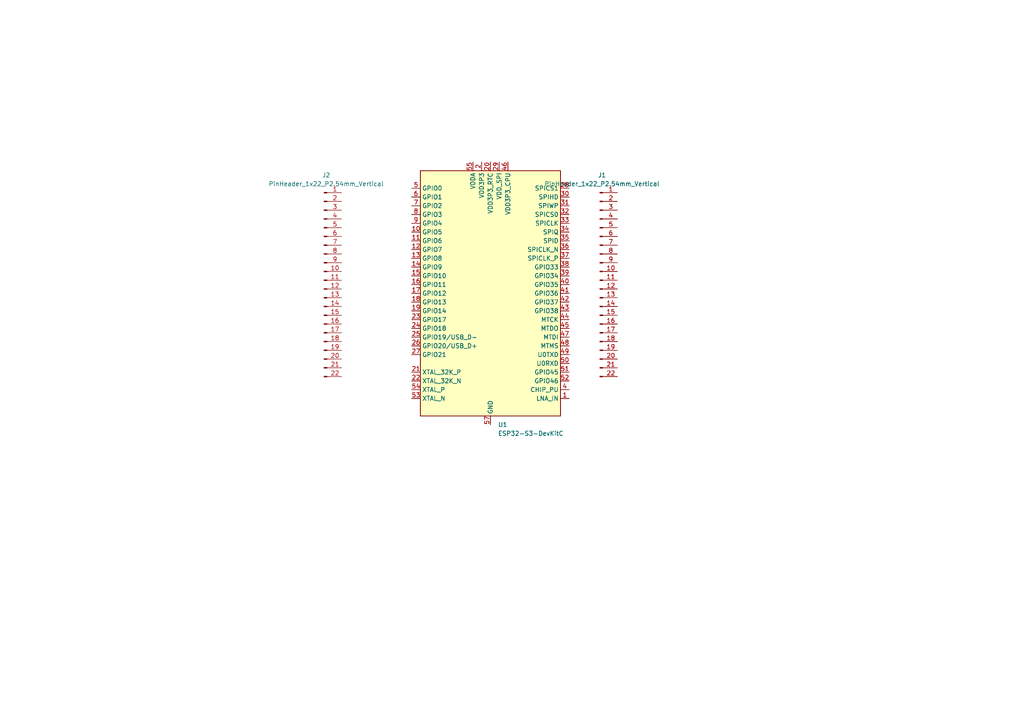
<source format=kicad_sch>
(kicad_sch
	(version 20231120)
	(generator "eeschema")
	(generator_version "8.0")
	(uuid "546e5967-e99a-4fc5-a53d-4377fff461fd")
	(paper "A4")
	(lib_symbols
		(symbol "Connector:Conn_01x22_Pin"
			(pin_names
				(offset 1.016) hide)
			(exclude_from_sim no)
			(in_bom yes)
			(on_board yes)
			(property "Reference" "J"
				(at 0 27.94 0)
				(effects
					(font
						(size 1.27 1.27)
					)
				)
			)
			(property "Value" "Conn_01x22_Pin"
				(at 0 -30.48 0)
				(effects
					(font
						(size 1.27 1.27)
					)
				)
			)
			(property "Footprint" ""
				(at 0 0 0)
				(effects
					(font
						(size 1.27 1.27)
					)
					(hide yes)
				)
			)
			(property "Datasheet" "~"
				(at 0 0 0)
				(effects
					(font
						(size 1.27 1.27)
					)
					(hide yes)
				)
			)
			(property "Description" "Generic connector, single row, 01x22, script generated"
				(at 0 0 0)
				(effects
					(font
						(size 1.27 1.27)
					)
					(hide yes)
				)
			)
			(property "ki_locked" ""
				(at 0 0 0)
				(effects
					(font
						(size 1.27 1.27)
					)
				)
			)
			(property "ki_keywords" "connector"
				(at 0 0 0)
				(effects
					(font
						(size 1.27 1.27)
					)
					(hide yes)
				)
			)
			(property "ki_fp_filters" "Connector*:*_1x??_*"
				(at 0 0 0)
				(effects
					(font
						(size 1.27 1.27)
					)
					(hide yes)
				)
			)
			(symbol "Conn_01x22_Pin_1_1"
				(polyline
					(pts
						(xy 1.27 -27.94) (xy 0.8636 -27.94)
					)
					(stroke
						(width 0.1524)
						(type default)
					)
					(fill
						(type none)
					)
				)
				(polyline
					(pts
						(xy 1.27 -25.4) (xy 0.8636 -25.4)
					)
					(stroke
						(width 0.1524)
						(type default)
					)
					(fill
						(type none)
					)
				)
				(polyline
					(pts
						(xy 1.27 -22.86) (xy 0.8636 -22.86)
					)
					(stroke
						(width 0.1524)
						(type default)
					)
					(fill
						(type none)
					)
				)
				(polyline
					(pts
						(xy 1.27 -20.32) (xy 0.8636 -20.32)
					)
					(stroke
						(width 0.1524)
						(type default)
					)
					(fill
						(type none)
					)
				)
				(polyline
					(pts
						(xy 1.27 -17.78) (xy 0.8636 -17.78)
					)
					(stroke
						(width 0.1524)
						(type default)
					)
					(fill
						(type none)
					)
				)
				(polyline
					(pts
						(xy 1.27 -15.24) (xy 0.8636 -15.24)
					)
					(stroke
						(width 0.1524)
						(type default)
					)
					(fill
						(type none)
					)
				)
				(polyline
					(pts
						(xy 1.27 -12.7) (xy 0.8636 -12.7)
					)
					(stroke
						(width 0.1524)
						(type default)
					)
					(fill
						(type none)
					)
				)
				(polyline
					(pts
						(xy 1.27 -10.16) (xy 0.8636 -10.16)
					)
					(stroke
						(width 0.1524)
						(type default)
					)
					(fill
						(type none)
					)
				)
				(polyline
					(pts
						(xy 1.27 -7.62) (xy 0.8636 -7.62)
					)
					(stroke
						(width 0.1524)
						(type default)
					)
					(fill
						(type none)
					)
				)
				(polyline
					(pts
						(xy 1.27 -5.08) (xy 0.8636 -5.08)
					)
					(stroke
						(width 0.1524)
						(type default)
					)
					(fill
						(type none)
					)
				)
				(polyline
					(pts
						(xy 1.27 -2.54) (xy 0.8636 -2.54)
					)
					(stroke
						(width 0.1524)
						(type default)
					)
					(fill
						(type none)
					)
				)
				(polyline
					(pts
						(xy 1.27 0) (xy 0.8636 0)
					)
					(stroke
						(width 0.1524)
						(type default)
					)
					(fill
						(type none)
					)
				)
				(polyline
					(pts
						(xy 1.27 2.54) (xy 0.8636 2.54)
					)
					(stroke
						(width 0.1524)
						(type default)
					)
					(fill
						(type none)
					)
				)
				(polyline
					(pts
						(xy 1.27 5.08) (xy 0.8636 5.08)
					)
					(stroke
						(width 0.1524)
						(type default)
					)
					(fill
						(type none)
					)
				)
				(polyline
					(pts
						(xy 1.27 7.62) (xy 0.8636 7.62)
					)
					(stroke
						(width 0.1524)
						(type default)
					)
					(fill
						(type none)
					)
				)
				(polyline
					(pts
						(xy 1.27 10.16) (xy 0.8636 10.16)
					)
					(stroke
						(width 0.1524)
						(type default)
					)
					(fill
						(type none)
					)
				)
				(polyline
					(pts
						(xy 1.27 12.7) (xy 0.8636 12.7)
					)
					(stroke
						(width 0.1524)
						(type default)
					)
					(fill
						(type none)
					)
				)
				(polyline
					(pts
						(xy 1.27 15.24) (xy 0.8636 15.24)
					)
					(stroke
						(width 0.1524)
						(type default)
					)
					(fill
						(type none)
					)
				)
				(polyline
					(pts
						(xy 1.27 17.78) (xy 0.8636 17.78)
					)
					(stroke
						(width 0.1524)
						(type default)
					)
					(fill
						(type none)
					)
				)
				(polyline
					(pts
						(xy 1.27 20.32) (xy 0.8636 20.32)
					)
					(stroke
						(width 0.1524)
						(type default)
					)
					(fill
						(type none)
					)
				)
				(polyline
					(pts
						(xy 1.27 22.86) (xy 0.8636 22.86)
					)
					(stroke
						(width 0.1524)
						(type default)
					)
					(fill
						(type none)
					)
				)
				(polyline
					(pts
						(xy 1.27 25.4) (xy 0.8636 25.4)
					)
					(stroke
						(width 0.1524)
						(type default)
					)
					(fill
						(type none)
					)
				)
				(rectangle
					(start 0.8636 -27.813)
					(end 0 -28.067)
					(stroke
						(width 0.1524)
						(type default)
					)
					(fill
						(type outline)
					)
				)
				(rectangle
					(start 0.8636 -25.273)
					(end 0 -25.527)
					(stroke
						(width 0.1524)
						(type default)
					)
					(fill
						(type outline)
					)
				)
				(rectangle
					(start 0.8636 -22.733)
					(end 0 -22.987)
					(stroke
						(width 0.1524)
						(type default)
					)
					(fill
						(type outline)
					)
				)
				(rectangle
					(start 0.8636 -20.193)
					(end 0 -20.447)
					(stroke
						(width 0.1524)
						(type default)
					)
					(fill
						(type outline)
					)
				)
				(rectangle
					(start 0.8636 -17.653)
					(end 0 -17.907)
					(stroke
						(width 0.1524)
						(type default)
					)
					(fill
						(type outline)
					)
				)
				(rectangle
					(start 0.8636 -15.113)
					(end 0 -15.367)
					(stroke
						(width 0.1524)
						(type default)
					)
					(fill
						(type outline)
					)
				)
				(rectangle
					(start 0.8636 -12.573)
					(end 0 -12.827)
					(stroke
						(width 0.1524)
						(type default)
					)
					(fill
						(type outline)
					)
				)
				(rectangle
					(start 0.8636 -10.033)
					(end 0 -10.287)
					(stroke
						(width 0.1524)
						(type default)
					)
					(fill
						(type outline)
					)
				)
				(rectangle
					(start 0.8636 -7.493)
					(end 0 -7.747)
					(stroke
						(width 0.1524)
						(type default)
					)
					(fill
						(type outline)
					)
				)
				(rectangle
					(start 0.8636 -4.953)
					(end 0 -5.207)
					(stroke
						(width 0.1524)
						(type default)
					)
					(fill
						(type outline)
					)
				)
				(rectangle
					(start 0.8636 -2.413)
					(end 0 -2.667)
					(stroke
						(width 0.1524)
						(type default)
					)
					(fill
						(type outline)
					)
				)
				(rectangle
					(start 0.8636 0.127)
					(end 0 -0.127)
					(stroke
						(width 0.1524)
						(type default)
					)
					(fill
						(type outline)
					)
				)
				(rectangle
					(start 0.8636 2.667)
					(end 0 2.413)
					(stroke
						(width 0.1524)
						(type default)
					)
					(fill
						(type outline)
					)
				)
				(rectangle
					(start 0.8636 5.207)
					(end 0 4.953)
					(stroke
						(width 0.1524)
						(type default)
					)
					(fill
						(type outline)
					)
				)
				(rectangle
					(start 0.8636 7.747)
					(end 0 7.493)
					(stroke
						(width 0.1524)
						(type default)
					)
					(fill
						(type outline)
					)
				)
				(rectangle
					(start 0.8636 10.287)
					(end 0 10.033)
					(stroke
						(width 0.1524)
						(type default)
					)
					(fill
						(type outline)
					)
				)
				(rectangle
					(start 0.8636 12.827)
					(end 0 12.573)
					(stroke
						(width 0.1524)
						(type default)
					)
					(fill
						(type outline)
					)
				)
				(rectangle
					(start 0.8636 15.367)
					(end 0 15.113)
					(stroke
						(width 0.1524)
						(type default)
					)
					(fill
						(type outline)
					)
				)
				(rectangle
					(start 0.8636 17.907)
					(end 0 17.653)
					(stroke
						(width 0.1524)
						(type default)
					)
					(fill
						(type outline)
					)
				)
				(rectangle
					(start 0.8636 20.447)
					(end 0 20.193)
					(stroke
						(width 0.1524)
						(type default)
					)
					(fill
						(type outline)
					)
				)
				(rectangle
					(start 0.8636 22.987)
					(end 0 22.733)
					(stroke
						(width 0.1524)
						(type default)
					)
					(fill
						(type outline)
					)
				)
				(rectangle
					(start 0.8636 25.527)
					(end 0 25.273)
					(stroke
						(width 0.1524)
						(type default)
					)
					(fill
						(type outline)
					)
				)
				(pin passive line
					(at 5.08 25.4 180)
					(length 3.81)
					(name "Pin_1"
						(effects
							(font
								(size 1.27 1.27)
							)
						)
					)
					(number "1"
						(effects
							(font
								(size 1.27 1.27)
							)
						)
					)
				)
				(pin passive line
					(at 5.08 2.54 180)
					(length 3.81)
					(name "Pin_10"
						(effects
							(font
								(size 1.27 1.27)
							)
						)
					)
					(number "10"
						(effects
							(font
								(size 1.27 1.27)
							)
						)
					)
				)
				(pin passive line
					(at 5.08 0 180)
					(length 3.81)
					(name "Pin_11"
						(effects
							(font
								(size 1.27 1.27)
							)
						)
					)
					(number "11"
						(effects
							(font
								(size 1.27 1.27)
							)
						)
					)
				)
				(pin passive line
					(at 5.08 -2.54 180)
					(length 3.81)
					(name "Pin_12"
						(effects
							(font
								(size 1.27 1.27)
							)
						)
					)
					(number "12"
						(effects
							(font
								(size 1.27 1.27)
							)
						)
					)
				)
				(pin passive line
					(at 5.08 -5.08 180)
					(length 3.81)
					(name "Pin_13"
						(effects
							(font
								(size 1.27 1.27)
							)
						)
					)
					(number "13"
						(effects
							(font
								(size 1.27 1.27)
							)
						)
					)
				)
				(pin passive line
					(at 5.08 -7.62 180)
					(length 3.81)
					(name "Pin_14"
						(effects
							(font
								(size 1.27 1.27)
							)
						)
					)
					(number "14"
						(effects
							(font
								(size 1.27 1.27)
							)
						)
					)
				)
				(pin passive line
					(at 5.08 -10.16 180)
					(length 3.81)
					(name "Pin_15"
						(effects
							(font
								(size 1.27 1.27)
							)
						)
					)
					(number "15"
						(effects
							(font
								(size 1.27 1.27)
							)
						)
					)
				)
				(pin passive line
					(at 5.08 -12.7 180)
					(length 3.81)
					(name "Pin_16"
						(effects
							(font
								(size 1.27 1.27)
							)
						)
					)
					(number "16"
						(effects
							(font
								(size 1.27 1.27)
							)
						)
					)
				)
				(pin passive line
					(at 5.08 -15.24 180)
					(length 3.81)
					(name "Pin_17"
						(effects
							(font
								(size 1.27 1.27)
							)
						)
					)
					(number "17"
						(effects
							(font
								(size 1.27 1.27)
							)
						)
					)
				)
				(pin passive line
					(at 5.08 -17.78 180)
					(length 3.81)
					(name "Pin_18"
						(effects
							(font
								(size 1.27 1.27)
							)
						)
					)
					(number "18"
						(effects
							(font
								(size 1.27 1.27)
							)
						)
					)
				)
				(pin passive line
					(at 5.08 -20.32 180)
					(length 3.81)
					(name "Pin_19"
						(effects
							(font
								(size 1.27 1.27)
							)
						)
					)
					(number "19"
						(effects
							(font
								(size 1.27 1.27)
							)
						)
					)
				)
				(pin passive line
					(at 5.08 22.86 180)
					(length 3.81)
					(name "Pin_2"
						(effects
							(font
								(size 1.27 1.27)
							)
						)
					)
					(number "2"
						(effects
							(font
								(size 1.27 1.27)
							)
						)
					)
				)
				(pin passive line
					(at 5.08 -22.86 180)
					(length 3.81)
					(name "Pin_20"
						(effects
							(font
								(size 1.27 1.27)
							)
						)
					)
					(number "20"
						(effects
							(font
								(size 1.27 1.27)
							)
						)
					)
				)
				(pin passive line
					(at 5.08 -25.4 180)
					(length 3.81)
					(name "Pin_21"
						(effects
							(font
								(size 1.27 1.27)
							)
						)
					)
					(number "21"
						(effects
							(font
								(size 1.27 1.27)
							)
						)
					)
				)
				(pin passive line
					(at 5.08 -27.94 180)
					(length 3.81)
					(name "Pin_22"
						(effects
							(font
								(size 1.27 1.27)
							)
						)
					)
					(number "22"
						(effects
							(font
								(size 1.27 1.27)
							)
						)
					)
				)
				(pin passive line
					(at 5.08 20.32 180)
					(length 3.81)
					(name "Pin_3"
						(effects
							(font
								(size 1.27 1.27)
							)
						)
					)
					(number "3"
						(effects
							(font
								(size 1.27 1.27)
							)
						)
					)
				)
				(pin passive line
					(at 5.08 17.78 180)
					(length 3.81)
					(name "Pin_4"
						(effects
							(font
								(size 1.27 1.27)
							)
						)
					)
					(number "4"
						(effects
							(font
								(size 1.27 1.27)
							)
						)
					)
				)
				(pin passive line
					(at 5.08 15.24 180)
					(length 3.81)
					(name "Pin_5"
						(effects
							(font
								(size 1.27 1.27)
							)
						)
					)
					(number "5"
						(effects
							(font
								(size 1.27 1.27)
							)
						)
					)
				)
				(pin passive line
					(at 5.08 12.7 180)
					(length 3.81)
					(name "Pin_6"
						(effects
							(font
								(size 1.27 1.27)
							)
						)
					)
					(number "6"
						(effects
							(font
								(size 1.27 1.27)
							)
						)
					)
				)
				(pin passive line
					(at 5.08 10.16 180)
					(length 3.81)
					(name "Pin_7"
						(effects
							(font
								(size 1.27 1.27)
							)
						)
					)
					(number "7"
						(effects
							(font
								(size 1.27 1.27)
							)
						)
					)
				)
				(pin passive line
					(at 5.08 7.62 180)
					(length 3.81)
					(name "Pin_8"
						(effects
							(font
								(size 1.27 1.27)
							)
						)
					)
					(number "8"
						(effects
							(font
								(size 1.27 1.27)
							)
						)
					)
				)
				(pin passive line
					(at 5.08 5.08 180)
					(length 3.81)
					(name "Pin_9"
						(effects
							(font
								(size 1.27 1.27)
							)
						)
					)
					(number "9"
						(effects
							(font
								(size 1.27 1.27)
							)
						)
					)
				)
			)
		)
		(symbol "MCU_Espressif:ESP32-S3"
			(exclude_from_sim no)
			(in_bom yes)
			(on_board yes)
			(property "Reference" "U"
				(at 10.16 -38.1 0)
				(effects
					(font
						(size 1.27 1.27)
					)
				)
			)
			(property "Value" "ESP32-S3"
				(at 13.97 -40.64 0)
				(effects
					(font
						(size 1.27 1.27)
					)
				)
			)
			(property "Footprint" "Package_DFN_QFN:QFN-56-1EP_7x7mm_P0.4mm_EP4x4mm"
				(at 0 -48.26 0)
				(effects
					(font
						(size 1.27 1.27)
					)
					(hide yes)
				)
			)
			(property "Datasheet" "https://www.espressif.com/sites/default/files/documentation/esp32-s3_datasheet_en.pdf"
				(at 0 0 0)
				(effects
					(font
						(size 1.27 1.27)
					)
					(hide yes)
				)
			)
			(property "Description" "Microcontroller, Wi-Fi 802.11b/g/n, Bluetooth, 32bit"
				(at 0 0 0)
				(effects
					(font
						(size 1.27 1.27)
					)
					(hide yes)
				)
			)
			(property "ki_keywords" "Microcontroller Wi-Fi BT ESP ESP32 Espressif"
				(at 0 0 0)
				(effects
					(font
						(size 1.27 1.27)
					)
					(hide yes)
				)
			)
			(property "ki_fp_filters" "QFN*1EP*7x7mm*P0.4mm*"
				(at 0 0 0)
				(effects
					(font
						(size 1.27 1.27)
					)
					(hide yes)
				)
			)
			(symbol "ESP32-S3_0_1"
				(rectangle
					(start -20.32 35.56)
					(end 20.32 -35.56)
					(stroke
						(width 0.254)
						(type default)
					)
					(fill
						(type background)
					)
				)
			)
			(symbol "ESP32-S3_1_0"
				(pin bidirectional line
					(at 22.86 12.7 180)
					(length 2.54)
					(name "SPICLK_N"
						(effects
							(font
								(size 1.27 1.27)
							)
						)
					)
					(number "36"
						(effects
							(font
								(size 1.27 1.27)
							)
						)
					)
				)
				(pin bidirectional line
					(at 22.86 -10.16 180)
					(length 2.54)
					(name "MTDO"
						(effects
							(font
								(size 1.27 1.27)
							)
						)
					)
					(number "45"
						(effects
							(font
								(size 1.27 1.27)
							)
						)
					)
				)
				(pin bidirectional line
					(at 22.86 -22.86 180)
					(length 2.54)
					(name "GPIO45"
						(effects
							(font
								(size 1.27 1.27)
							)
						)
					)
					(number "51"
						(effects
							(font
								(size 1.27 1.27)
							)
						)
					)
				)
				(pin passive line
					(at -5.08 38.1 270)
					(length 2.54) hide
					(name "VDDA"
						(effects
							(font
								(size 1.27 1.27)
							)
						)
					)
					(number "56"
						(effects
							(font
								(size 1.27 1.27)
							)
						)
					)
				)
			)
			(symbol "ESP32-S3_1_1"
				(pin bidirectional line
					(at 22.86 -30.48 180)
					(length 2.54)
					(name "LNA_IN"
						(effects
							(font
								(size 1.27 1.27)
							)
						)
					)
					(number "1"
						(effects
							(font
								(size 1.27 1.27)
							)
						)
					)
				)
				(pin bidirectional line
					(at -22.86 17.78 0)
					(length 2.54)
					(name "GPIO5"
						(effects
							(font
								(size 1.27 1.27)
							)
						)
					)
					(number "10"
						(effects
							(font
								(size 1.27 1.27)
							)
						)
					)
				)
				(pin bidirectional line
					(at -22.86 15.24 0)
					(length 2.54)
					(name "GPIO6"
						(effects
							(font
								(size 1.27 1.27)
							)
						)
					)
					(number "11"
						(effects
							(font
								(size 1.27 1.27)
							)
						)
					)
				)
				(pin bidirectional line
					(at -22.86 12.7 0)
					(length 2.54)
					(name "GPIO7"
						(effects
							(font
								(size 1.27 1.27)
							)
						)
					)
					(number "12"
						(effects
							(font
								(size 1.27 1.27)
							)
						)
					)
				)
				(pin bidirectional line
					(at -22.86 10.16 0)
					(length 2.54)
					(name "GPIO8"
						(effects
							(font
								(size 1.27 1.27)
							)
						)
					)
					(number "13"
						(effects
							(font
								(size 1.27 1.27)
							)
						)
					)
				)
				(pin bidirectional line
					(at -22.86 7.62 0)
					(length 2.54)
					(name "GPIO9"
						(effects
							(font
								(size 1.27 1.27)
							)
						)
					)
					(number "14"
						(effects
							(font
								(size 1.27 1.27)
							)
						)
					)
				)
				(pin bidirectional line
					(at -22.86 5.08 0)
					(length 2.54)
					(name "GPIO10"
						(effects
							(font
								(size 1.27 1.27)
							)
						)
					)
					(number "15"
						(effects
							(font
								(size 1.27 1.27)
							)
						)
					)
				)
				(pin bidirectional line
					(at -22.86 2.54 0)
					(length 2.54)
					(name "GPIO11"
						(effects
							(font
								(size 1.27 1.27)
							)
						)
					)
					(number "16"
						(effects
							(font
								(size 1.27 1.27)
							)
						)
					)
				)
				(pin bidirectional line
					(at -22.86 0 0)
					(length 2.54)
					(name "GPIO12"
						(effects
							(font
								(size 1.27 1.27)
							)
						)
					)
					(number "17"
						(effects
							(font
								(size 1.27 1.27)
							)
						)
					)
				)
				(pin bidirectional line
					(at -22.86 -2.54 0)
					(length 2.54)
					(name "GPIO13"
						(effects
							(font
								(size 1.27 1.27)
							)
						)
					)
					(number "18"
						(effects
							(font
								(size 1.27 1.27)
							)
						)
					)
				)
				(pin bidirectional line
					(at -22.86 -5.08 0)
					(length 2.54)
					(name "GPIO14"
						(effects
							(font
								(size 1.27 1.27)
							)
						)
					)
					(number "19"
						(effects
							(font
								(size 1.27 1.27)
							)
						)
					)
				)
				(pin power_in line
					(at -2.54 38.1 270)
					(length 2.54)
					(name "VDD3P3"
						(effects
							(font
								(size 1.27 1.27)
							)
						)
					)
					(number "2"
						(effects
							(font
								(size 1.27 1.27)
							)
						)
					)
				)
				(pin power_in line
					(at 0 38.1 270)
					(length 2.54)
					(name "VDD3P3_RTC"
						(effects
							(font
								(size 1.27 1.27)
							)
						)
					)
					(number "20"
						(effects
							(font
								(size 1.27 1.27)
							)
						)
					)
				)
				(pin passive line
					(at -22.86 -22.86 0)
					(length 2.54)
					(name "XTAL_32K_P"
						(effects
							(font
								(size 1.27 1.27)
							)
						)
					)
					(number "21"
						(effects
							(font
								(size 1.27 1.27)
							)
						)
					)
				)
				(pin passive line
					(at -22.86 -25.4 0)
					(length 2.54)
					(name "XTAL_32K_N"
						(effects
							(font
								(size 1.27 1.27)
							)
						)
					)
					(number "22"
						(effects
							(font
								(size 1.27 1.27)
							)
						)
					)
				)
				(pin bidirectional line
					(at -22.86 -7.62 0)
					(length 2.54)
					(name "GPIO17"
						(effects
							(font
								(size 1.27 1.27)
							)
						)
					)
					(number "23"
						(effects
							(font
								(size 1.27 1.27)
							)
						)
					)
				)
				(pin bidirectional line
					(at -22.86 -10.16 0)
					(length 2.54)
					(name "GPIO18"
						(effects
							(font
								(size 1.27 1.27)
							)
						)
					)
					(number "24"
						(effects
							(font
								(size 1.27 1.27)
							)
						)
					)
				)
				(pin bidirectional line
					(at -22.86 -12.7 0)
					(length 2.54)
					(name "GPIO19/USB_D-"
						(effects
							(font
								(size 1.27 1.27)
							)
						)
					)
					(number "25"
						(effects
							(font
								(size 1.27 1.27)
							)
						)
					)
				)
				(pin bidirectional line
					(at -22.86 -15.24 0)
					(length 2.54)
					(name "GPIO20/USB_D+"
						(effects
							(font
								(size 1.27 1.27)
							)
						)
					)
					(number "26"
						(effects
							(font
								(size 1.27 1.27)
							)
						)
					)
				)
				(pin bidirectional line
					(at -22.86 -17.78 0)
					(length 2.54)
					(name "GPIO21"
						(effects
							(font
								(size 1.27 1.27)
							)
						)
					)
					(number "27"
						(effects
							(font
								(size 1.27 1.27)
							)
						)
					)
				)
				(pin bidirectional line
					(at 22.86 30.48 180)
					(length 2.54)
					(name "SPICS1"
						(effects
							(font
								(size 1.27 1.27)
							)
						)
					)
					(number "28"
						(effects
							(font
								(size 1.27 1.27)
							)
						)
					)
				)
				(pin power_in line
					(at 2.54 38.1 270)
					(length 2.54)
					(name "VDD_SPI"
						(effects
							(font
								(size 1.27 1.27)
							)
						)
					)
					(number "29"
						(effects
							(font
								(size 1.27 1.27)
							)
						)
					)
				)
				(pin passive line
					(at -2.54 38.1 270)
					(length 2.54) hide
					(name "VDD3P3"
						(effects
							(font
								(size 1.27 1.27)
							)
						)
					)
					(number "3"
						(effects
							(font
								(size 1.27 1.27)
							)
						)
					)
				)
				(pin bidirectional line
					(at 22.86 27.94 180)
					(length 2.54)
					(name "SPIHD"
						(effects
							(font
								(size 1.27 1.27)
							)
						)
					)
					(number "30"
						(effects
							(font
								(size 1.27 1.27)
							)
						)
					)
				)
				(pin bidirectional line
					(at 22.86 25.4 180)
					(length 2.54)
					(name "SPIWP"
						(effects
							(font
								(size 1.27 1.27)
							)
						)
					)
					(number "31"
						(effects
							(font
								(size 1.27 1.27)
							)
						)
					)
				)
				(pin bidirectional line
					(at 22.86 22.86 180)
					(length 2.54)
					(name "SPICS0"
						(effects
							(font
								(size 1.27 1.27)
							)
						)
					)
					(number "32"
						(effects
							(font
								(size 1.27 1.27)
							)
						)
					)
				)
				(pin bidirectional line
					(at 22.86 20.32 180)
					(length 2.54)
					(name "SPICLK"
						(effects
							(font
								(size 1.27 1.27)
							)
						)
					)
					(number "33"
						(effects
							(font
								(size 1.27 1.27)
							)
						)
					)
				)
				(pin bidirectional line
					(at 22.86 17.78 180)
					(length 2.54)
					(name "SPIQ"
						(effects
							(font
								(size 1.27 1.27)
							)
						)
					)
					(number "34"
						(effects
							(font
								(size 1.27 1.27)
							)
						)
					)
				)
				(pin bidirectional line
					(at 22.86 15.24 180)
					(length 2.54)
					(name "SPID"
						(effects
							(font
								(size 1.27 1.27)
							)
						)
					)
					(number "35"
						(effects
							(font
								(size 1.27 1.27)
							)
						)
					)
				)
				(pin bidirectional line
					(at 22.86 10.16 180)
					(length 2.54)
					(name "SPICLK_P"
						(effects
							(font
								(size 1.27 1.27)
							)
						)
					)
					(number "37"
						(effects
							(font
								(size 1.27 1.27)
							)
						)
					)
				)
				(pin bidirectional line
					(at 22.86 7.62 180)
					(length 2.54)
					(name "GPIO33"
						(effects
							(font
								(size 1.27 1.27)
							)
						)
					)
					(number "38"
						(effects
							(font
								(size 1.27 1.27)
							)
						)
					)
				)
				(pin bidirectional line
					(at 22.86 5.08 180)
					(length 2.54)
					(name "GPIO34"
						(effects
							(font
								(size 1.27 1.27)
							)
						)
					)
					(number "39"
						(effects
							(font
								(size 1.27 1.27)
							)
						)
					)
				)
				(pin input line
					(at 22.86 -27.94 180)
					(length 2.54)
					(name "CHIP_PU"
						(effects
							(font
								(size 1.27 1.27)
							)
						)
					)
					(number "4"
						(effects
							(font
								(size 1.27 1.27)
							)
						)
					)
				)
				(pin bidirectional line
					(at 22.86 2.54 180)
					(length 2.54)
					(name "GPIO35"
						(effects
							(font
								(size 1.27 1.27)
							)
						)
					)
					(number "40"
						(effects
							(font
								(size 1.27 1.27)
							)
						)
					)
				)
				(pin bidirectional line
					(at 22.86 0 180)
					(length 2.54)
					(name "GPIO36"
						(effects
							(font
								(size 1.27 1.27)
							)
						)
					)
					(number "41"
						(effects
							(font
								(size 1.27 1.27)
							)
						)
					)
				)
				(pin bidirectional line
					(at 22.86 -2.54 180)
					(length 2.54)
					(name "GPIO37"
						(effects
							(font
								(size 1.27 1.27)
							)
						)
					)
					(number "42"
						(effects
							(font
								(size 1.27 1.27)
							)
						)
					)
				)
				(pin bidirectional line
					(at 22.86 -5.08 180)
					(length 2.54)
					(name "GPIO38"
						(effects
							(font
								(size 1.27 1.27)
							)
						)
					)
					(number "43"
						(effects
							(font
								(size 1.27 1.27)
							)
						)
					)
				)
				(pin bidirectional line
					(at 22.86 -7.62 180)
					(length 2.54)
					(name "MTCK"
						(effects
							(font
								(size 1.27 1.27)
							)
						)
					)
					(number "44"
						(effects
							(font
								(size 1.27 1.27)
							)
						)
					)
				)
				(pin power_in line
					(at 5.08 38.1 270)
					(length 2.54)
					(name "VDD3P3_CPU"
						(effects
							(font
								(size 1.27 1.27)
							)
						)
					)
					(number "46"
						(effects
							(font
								(size 1.27 1.27)
							)
						)
					)
				)
				(pin bidirectional line
					(at 22.86 -12.7 180)
					(length 2.54)
					(name "MTDI"
						(effects
							(font
								(size 1.27 1.27)
							)
						)
					)
					(number "47"
						(effects
							(font
								(size 1.27 1.27)
							)
						)
					)
				)
				(pin bidirectional line
					(at 22.86 -15.24 180)
					(length 2.54)
					(name "MTMS"
						(effects
							(font
								(size 1.27 1.27)
							)
						)
					)
					(number "48"
						(effects
							(font
								(size 1.27 1.27)
							)
						)
					)
				)
				(pin bidirectional line
					(at 22.86 -17.78 180)
					(length 2.54)
					(name "U0TXD"
						(effects
							(font
								(size 1.27 1.27)
							)
						)
					)
					(number "49"
						(effects
							(font
								(size 1.27 1.27)
							)
						)
					)
				)
				(pin bidirectional line
					(at -22.86 30.48 0)
					(length 2.54)
					(name "GPIO0"
						(effects
							(font
								(size 1.27 1.27)
							)
						)
					)
					(number "5"
						(effects
							(font
								(size 1.27 1.27)
							)
						)
					)
				)
				(pin bidirectional line
					(at 22.86 -20.32 180)
					(length 2.54)
					(name "U0RXD"
						(effects
							(font
								(size 1.27 1.27)
							)
						)
					)
					(number "50"
						(effects
							(font
								(size 1.27 1.27)
							)
						)
					)
				)
				(pin bidirectional line
					(at 22.86 -25.4 180)
					(length 2.54)
					(name "GPIO46"
						(effects
							(font
								(size 1.27 1.27)
							)
						)
					)
					(number "52"
						(effects
							(font
								(size 1.27 1.27)
							)
						)
					)
				)
				(pin output line
					(at -22.86 -30.48 0)
					(length 2.54)
					(name "XTAL_N"
						(effects
							(font
								(size 1.27 1.27)
							)
						)
					)
					(number "53"
						(effects
							(font
								(size 1.27 1.27)
							)
						)
					)
				)
				(pin input line
					(at -22.86 -27.94 0)
					(length 2.54)
					(name "XTAL_P"
						(effects
							(font
								(size 1.27 1.27)
							)
						)
					)
					(number "54"
						(effects
							(font
								(size 1.27 1.27)
							)
						)
					)
				)
				(pin power_in line
					(at -5.08 38.1 270)
					(length 2.54)
					(name "VDDA"
						(effects
							(font
								(size 1.27 1.27)
							)
						)
					)
					(number "55"
						(effects
							(font
								(size 1.27 1.27)
							)
						)
					)
				)
				(pin power_in line
					(at 0 -38.1 90)
					(length 2.54)
					(name "GND"
						(effects
							(font
								(size 1.27 1.27)
							)
						)
					)
					(number "57"
						(effects
							(font
								(size 1.27 1.27)
							)
						)
					)
				)
				(pin bidirectional line
					(at -22.86 27.94 0)
					(length 2.54)
					(name "GPIO1"
						(effects
							(font
								(size 1.27 1.27)
							)
						)
					)
					(number "6"
						(effects
							(font
								(size 1.27 1.27)
							)
						)
					)
				)
				(pin bidirectional line
					(at -22.86 25.4 0)
					(length 2.54)
					(name "GPIO2"
						(effects
							(font
								(size 1.27 1.27)
							)
						)
					)
					(number "7"
						(effects
							(font
								(size 1.27 1.27)
							)
						)
					)
				)
				(pin bidirectional line
					(at -22.86 22.86 0)
					(length 2.54)
					(name "GPIO3"
						(effects
							(font
								(size 1.27 1.27)
							)
						)
					)
					(number "8"
						(effects
							(font
								(size 1.27 1.27)
							)
						)
					)
				)
				(pin bidirectional line
					(at -22.86 20.32 0)
					(length 2.54)
					(name "GPIO4"
						(effects
							(font
								(size 1.27 1.27)
							)
						)
					)
					(number "9"
						(effects
							(font
								(size 1.27 1.27)
							)
						)
					)
				)
			)
		)
	)
	(symbol
		(lib_id "Connector:Conn_01x22_Pin")
		(at 173.99 81.28 0)
		(unit 1)
		(exclude_from_sim no)
		(in_bom yes)
		(on_board yes)
		(dnp no)
		(fields_autoplaced yes)
		(uuid "4b072969-8f45-45d0-8e2f-d9f9c441baeb")
		(property "Reference" "J1"
			(at 174.625 50.8 0)
			(effects
				(font
					(size 1.27 1.27)
				)
			)
		)
		(property "Value" "PinHeader_1x22_P2.54mm_Vertical"
			(at 174.625 53.34 0)
			(effects
				(font
					(size 1.27 1.27)
				)
			)
		)
		(property "Footprint" "Connector_PinHeader_2.54mm:PinHeader_1x22_P2.54mm_Vertical"
			(at 173.99 81.28 0)
			(effects
				(font
					(size 1.27 1.27)
				)
				(hide yes)
			)
		)
		(property "Datasheet" "~"
			(at 173.99 81.28 0)
			(effects
				(font
					(size 1.27 1.27)
				)
				(hide yes)
			)
		)
		(property "Description" ""
			(at 173.99 81.28 0)
			(effects
				(font
					(size 1.27 1.27)
				)
				(hide yes)
			)
		)
		(pin "20"
			(uuid "04084fcf-41f5-4c41-994a-e2d02baeb77d")
		)
		(pin "13"
			(uuid "761ad161-75cb-43d0-b8fa-d136a0f412fb")
		)
		(pin "3"
			(uuid "338fbedd-336a-4a7d-8e33-339787bad1c1")
		)
		(pin "2"
			(uuid "5e858efa-36d8-4394-aa55-4419ac790648")
		)
		(pin "9"
			(uuid "6595b5bf-a507-4ba6-af90-2838f6b4d02c")
		)
		(pin "12"
			(uuid "bfcefd93-b863-421a-8c0e-2e8095b6cfe3")
		)
		(pin "21"
			(uuid "e58d6dcc-d366-4ab3-99f0-783bbbaf2ebe")
		)
		(pin "19"
			(uuid "ed899058-f37e-47ff-994f-9c166bfe8c18")
		)
		(pin "7"
			(uuid "e37591b7-7920-493e-a280-a8a74d079ff2")
		)
		(pin "17"
			(uuid "18d347ba-5069-4a8b-bd31-6abba36ff61e")
		)
		(pin "10"
			(uuid "975b772d-c490-4e66-9ec2-971b14d03987")
		)
		(pin "6"
			(uuid "1ffe9191-259b-45e8-97ac-d2bd576338d1")
		)
		(pin "16"
			(uuid "e6a4f9b5-15a9-4ad2-b55e-e0a3e5cb76ab")
		)
		(pin "4"
			(uuid "ebc17e48-23d7-43aa-803e-9aeb60131c3d")
		)
		(pin "1"
			(uuid "61f8e3a6-8236-4541-8cec-5fb9cf44ff1d")
		)
		(pin "15"
			(uuid "6faf48ae-d5d7-404b-8d9b-2e419707f03f")
		)
		(pin "5"
			(uuid "80e27b3c-afb9-4236-b7c0-ea3e82fc2b92")
		)
		(pin "18"
			(uuid "7afba259-e47c-473c-a1dd-e4a78ab7ca23")
		)
		(pin "11"
			(uuid "d82f3df5-d28e-4de6-b25f-65345773461c")
		)
		(pin "14"
			(uuid "b66c5d85-5421-446a-8a70-36dcf3920dd6")
		)
		(pin "8"
			(uuid "5b4e7b9e-4d41-49e1-b0d7-3a5029d89cd2")
		)
		(pin "22"
			(uuid "f113d47d-5a25-49e4-8506-b015d9fd0887")
		)
		(instances
			(project "ESP32-S3-Breadboard-Adapter"
				(path "/546e5967-e99a-4fc5-a53d-4377fff461fd"
					(reference "J1")
					(unit 1)
				)
			)
		)
	)
	(symbol
		(lib_id "Connector:Conn_01x22_Pin")
		(at 93.98 81.28 0)
		(unit 1)
		(exclude_from_sim no)
		(in_bom yes)
		(on_board yes)
		(dnp no)
		(fields_autoplaced yes)
		(uuid "9da8b352-7454-4f07-bb9a-e0c434b6cda1")
		(property "Reference" "J2"
			(at 94.615 50.8 0)
			(effects
				(font
					(size 1.27 1.27)
				)
			)
		)
		(property "Value" "PinHeader_1x22_P2.54mm_Vertical"
			(at 94.615 53.34 0)
			(effects
				(font
					(size 1.27 1.27)
				)
			)
		)
		(property "Footprint" "Connector_PinHeader_2.54mm:PinHeader_1x22_P2.54mm_Vertical"
			(at 93.98 81.28 0)
			(effects
				(font
					(size 1.27 1.27)
				)
				(hide yes)
			)
		)
		(property "Datasheet" "~"
			(at 93.98 81.28 0)
			(effects
				(font
					(size 1.27 1.27)
				)
				(hide yes)
			)
		)
		(property "Description" ""
			(at 93.98 81.28 0)
			(effects
				(font
					(size 1.27 1.27)
				)
				(hide yes)
			)
		)
		(pin "3"
			(uuid "0a269097-f2a2-4e26-8269-4b55a91d7b26")
		)
		(pin "18"
			(uuid "6dc5c9b7-8334-4485-af12-a1f8580d4f1e")
		)
		(pin "4"
			(uuid "7488fcd9-7e9b-4731-aa65-7981dde93e97")
		)
		(pin "8"
			(uuid "fbd5209f-87c8-4e68-b9e6-ca098c894a5f")
		)
		(pin "2"
			(uuid "c9c4083c-4006-4e5f-b361-5136dd60cbac")
		)
		(pin "14"
			(uuid "ac718b70-5411-4366-8ea0-21a48c9b948d")
		)
		(pin "9"
			(uuid "9389d878-22ca-4717-b6bb-495d631d1ff3")
		)
		(pin "6"
			(uuid "751ab03b-ad63-4ff5-8217-e1d9f5bf235b")
		)
		(pin "7"
			(uuid "94643b58-aac3-42b1-ad14-e826fe51db73")
		)
		(pin "12"
			(uuid "4549858e-1783-4d06-9975-fe7ecb8bdb06")
		)
		(pin "13"
			(uuid "acfdd0ef-a9e0-4e17-97c5-50d7cf6ca8ae")
		)
		(pin "17"
			(uuid "ea54f7f4-3a49-4c0d-ba0d-71fc017b2ce3")
		)
		(pin "21"
			(uuid "7e98ef0a-11ab-41b5-9168-303c61d4cb5c")
		)
		(pin "15"
			(uuid "dd52f36e-30c0-4d70-836f-d8e9acf4118a")
		)
		(pin "5"
			(uuid "8566187f-273a-40fa-a748-06e01f5b5278")
		)
		(pin "20"
			(uuid "c724e8df-27d9-45e4-bf74-f8aca8594356")
		)
		(pin "11"
			(uuid "b8a8e1c5-cdb8-48ec-a156-e9389516f275")
		)
		(pin "1"
			(uuid "4eedb928-4cf4-4c2d-95a3-4638b68906f3")
		)
		(pin "19"
			(uuid "b49dc414-8276-4e43-ad96-1dcbb0a1201b")
		)
		(pin "16"
			(uuid "7ca4da04-4753-407d-8bdc-500397393d8b")
		)
		(pin "22"
			(uuid "873fe63f-24b1-43b3-b815-ec0b6721a120")
		)
		(pin "10"
			(uuid "89ba8413-2820-4461-affb-c89e623e2d01")
		)
		(instances
			(project "ESP32-S3-Breadboard-Adapter"
				(path "/546e5967-e99a-4fc5-a53d-4377fff461fd"
					(reference "J2")
					(unit 1)
				)
			)
		)
	)
	(symbol
		(lib_id "MCU_Espressif:ESP32-S3")
		(at 142.24 85.09 0)
		(unit 1)
		(exclude_from_sim no)
		(in_bom yes)
		(on_board yes)
		(dnp no)
		(fields_autoplaced yes)
		(uuid "ffaca571-fca5-4d56-89e8-1a9f69b76818")
		(property "Reference" "U1"
			(at 144.4341 123.19 0)
			(effects
				(font
					(size 1.27 1.27)
				)
				(justify left)
			)
		)
		(property "Value" "ESP32-S3-DevKitC"
			(at 144.4341 125.73 0)
			(effects
				(font
					(size 1.27 1.27)
				)
				(justify left)
			)
		)
		(property "Footprint" "PCM_Espressif:ESP32-S3-DevKitC"
			(at 142.24 133.35 0)
			(effects
				(font
					(size 1.27 1.27)
				)
				(hide yes)
			)
		)
		(property "Datasheet" ""
			(at 142.24 85.09 0)
			(effects
				(font
					(size 1.27 1.27)
				)
				(hide yes)
			)
		)
		(property "Description" ""
			(at 142.24 85.09 0)
			(effects
				(font
					(size 1.27 1.27)
				)
				(hide yes)
			)
		)
		(pin "36"
			(uuid "07dde614-48e6-46e8-8f89-7a3eb936b439")
		)
		(pin "45"
			(uuid "7d6db6ae-5af6-4f76-9f09-cd87bbd92129")
		)
		(pin "56"
			(uuid "8ce782a7-359f-4588-8fb5-504e0daf20a6")
		)
		(pin "51"
			(uuid "66613b20-073f-4b0b-a8e8-beec95b02ac0")
		)
		(pin "1"
			(uuid "2c73b6c9-c95a-473e-bec4-4ff018e5b01c")
		)
		(pin "10"
			(uuid "2531ba80-de10-4258-a96e-512e0b2b719a")
		)
		(pin "53"
			(uuid "9d6b7389-982a-4412-a2ad-5f886e4211a1")
		)
		(pin "3"
			(uuid "e46b30b4-f2fd-455e-b995-19d72016eea6")
		)
		(pin "17"
			(uuid "687e0c50-0736-4a49-808c-cb7185cd05c0")
		)
		(pin "34"
			(uuid "ada7b734-0c4c-472b-b378-e22d124155fa")
		)
		(pin "5"
			(uuid "d64d26ce-4c9d-4778-948d-5ebca2f1a764")
		)
		(pin "50"
			(uuid "9c33b94b-3356-4641-9c17-cda6b84b70f0")
		)
		(pin "46"
			(uuid "bef85182-9fdc-4cd9-b882-0fe98f1b7da0")
		)
		(pin "41"
			(uuid "742cd06c-0347-4091-ac8d-1c3f8ea67c8c")
		)
		(pin "42"
			(uuid "87eaea6d-a3ce-445c-9788-898d4913c175")
		)
		(pin "15"
			(uuid "db39c377-073a-4c97-baa2-b7c9e14aa721")
		)
		(pin "39"
			(uuid "f838d743-13d8-475e-a0bd-d58122c20d72")
		)
		(pin "43"
			(uuid "3630df68-4cf2-455a-b568-7dc228606104")
		)
		(pin "44"
			(uuid "7ca99975-117d-412b-adcb-94498866737c")
		)
		(pin "8"
			(uuid "7df48e04-cba9-4ce1-9858-c3d6704c3164")
		)
		(pin "9"
			(uuid "77b9d990-f74d-41f2-bd8d-707b433c4e0f")
		)
		(pin "52"
			(uuid "b909ac3a-46c6-4da3-a698-e5202625e2fa")
		)
		(pin "33"
			(uuid "6fa6014c-a932-49fa-a613-0a06f7752a1f")
		)
		(pin "20"
			(uuid "9b6848b0-ca1d-4343-b585-e71a2d4d10d3")
		)
		(pin "11"
			(uuid "827d40fb-63d8-4c07-9fd0-2e5f41b88de9")
		)
		(pin "21"
			(uuid "66d4e931-eaa1-4fdc-b403-c82a7d99a3ec")
		)
		(pin "12"
			(uuid "57117e92-0361-4054-95e8-248903b04086")
		)
		(pin "25"
			(uuid "292de451-1374-420c-8e1f-3f6c2e15a6b6")
		)
		(pin "27"
			(uuid "fd01d2d5-cb96-45f4-8d77-2ae6bb17cad1")
		)
		(pin "29"
			(uuid "6aebfc31-be8f-463d-b5a7-5781f30f1488")
		)
		(pin "30"
			(uuid "cb277c2f-456a-4229-9051-4b11c0ccb1bb")
		)
		(pin "31"
			(uuid "43cc357b-2c74-4135-b1d1-a61461ce7f18")
		)
		(pin "37"
			(uuid "aaee0232-0f4c-44dd-800e-21682754f6de")
		)
		(pin "18"
			(uuid "4626aa56-c99d-4955-bcec-187a29f695d8")
		)
		(pin "2"
			(uuid "11830352-fc54-4fd6-be9f-337c3ea6c8a1")
		)
		(pin "54"
			(uuid "5267cf20-ce7a-47d2-b2e7-5fcde9647c5c")
		)
		(pin "55"
			(uuid "ff8eacff-0af3-4584-bd05-c6cf09520930")
		)
		(pin "57"
			(uuid "dbf06e33-1088-4f44-9eb0-e62ed3e63b21")
		)
		(pin "35"
			(uuid "0ccdd193-c362-4d84-bc7b-785abba5137b")
		)
		(pin "14"
			(uuid "a7f338ab-41bd-4c3f-a147-c49638674e8f")
		)
		(pin "24"
			(uuid "39f2cf5c-7021-4374-86b0-6d881909a8c0")
		)
		(pin "6"
			(uuid "dee65d75-b4ac-4b21-8d94-2fc6f249e9c7")
		)
		(pin "13"
			(uuid "f7e016c9-c3e2-467c-9592-5787804ace3a")
		)
		(pin "40"
			(uuid "44261fe5-8d56-4324-8347-7dc49c4d0a6b")
		)
		(pin "4"
			(uuid "4cbde1a7-07c8-4303-8ab4-a83fa746c8be")
		)
		(pin "38"
			(uuid "d035946a-d786-489b-b268-0eb2727667df")
		)
		(pin "7"
			(uuid "494d4d1a-5da9-45ef-b49d-3f79414e6332")
		)
		(pin "19"
			(uuid "7c6332a4-2603-44a7-a1d9-bca3174ba67c")
		)
		(pin "16"
			(uuid "91f2da2d-1002-417b-8e0e-6a34339448de")
		)
		(pin "23"
			(uuid "0f9f1fef-81e0-483c-b8c8-d66ee5893681")
		)
		(pin "26"
			(uuid "d56eaa7c-a32f-44c7-87dd-55be0985772f")
		)
		(pin "28"
			(uuid "50bdb66b-9905-4aa1-9443-7fdd7fcade63")
		)
		(pin "32"
			(uuid "4edcff49-ffae-4c5f-aed7-b065e40c2c49")
		)
		(pin "48"
			(uuid "f6a1f621-3db8-4377-990a-aa3f940dd532")
		)
		(pin "22"
			(uuid "b6d75e69-0df2-40ba-835a-93c15ab266b3")
		)
		(pin "47"
			(uuid "a41cdc17-0f69-410a-b3db-6e25dd0951d9")
		)
		(pin "49"
			(uuid "ddf96611-f5b6-4795-983f-92ddf479c456")
		)
		(instances
			(project "ESP32-S3-Breadboard-Adapter"
				(path "/546e5967-e99a-4fc5-a53d-4377fff461fd"
					(reference "U1")
					(unit 1)
				)
			)
		)
	)
	(sheet_instances
		(path "/"
			(page "1")
		)
	)
)
</source>
